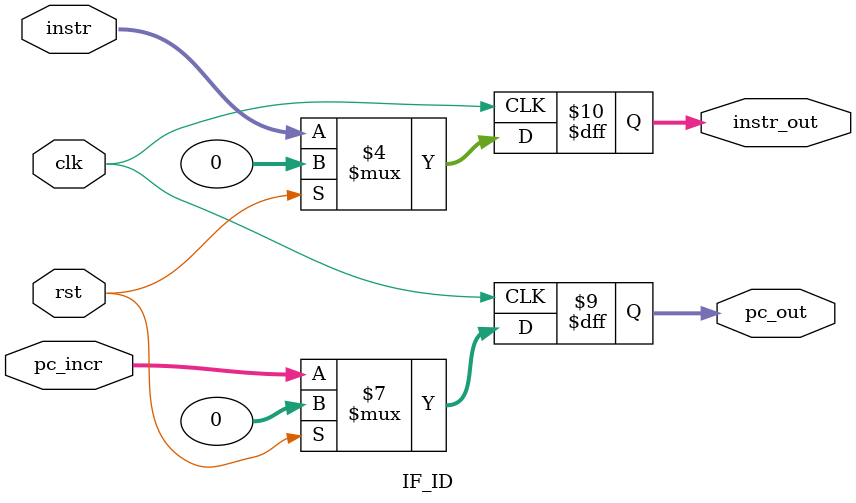
<source format=v>

module IF_ID( pc_out, instr_out, clk, rst, pc_incr, instr );
  input clk, rst ;
  input [31:0] pc_incr, instr ;
  output reg[31:0] pc_out, instr_out ;

  always @ ( posedge clk ) begin 
    if ( rst == 1 ) begin
	  pc_out <= 32'd0 ;
	  instr_out <= 32'd0 ;
	end

	else begin
	  pc_out <= pc_incr ;
	  instr_out <= instr ;
	end 
  end
endmodule

</source>
